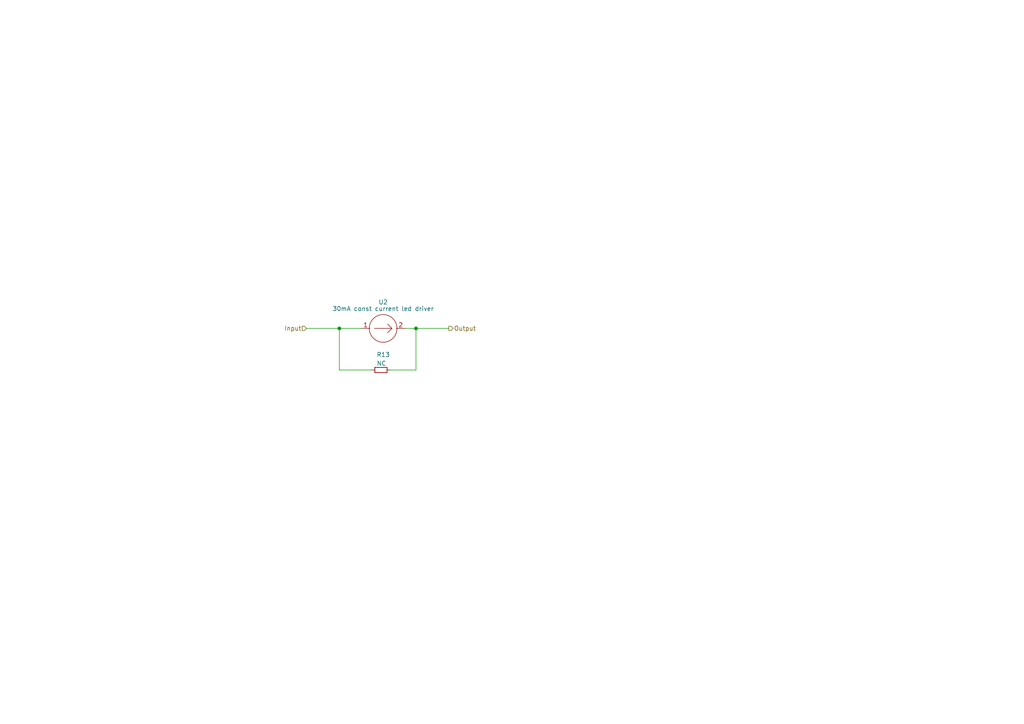
<source format=kicad_sch>
(kicad_sch (version 20250114) (generator "eeschema") (generator_version "9.0")
  (paper "A4")
  (lib_symbols
    (symbol "Device:R_Small" (pin_numbers (hide yes)) (pin_names (offset 0.254) (hide yes))
      (property "Reference" "R" (at 0.762 0.508 0))
      (property "Value" "R_Small" (at 0.762 -1.016 0))
      (symbol "R_Small_0_1"
        (rectangle (start -0.762 1.778) (end 0.762 -1.778) (stroke (width 0.2032)))
      )
      (symbol "R_Small_1_1"
        (pin passive line (at 0 2.54 270) (length 0.762) (name "~") (number "1"))
        (pin passive line (at 0 -2.54 90) (length 0.762) (name "~") (number "2"))
      )
    )
    (symbol "New_Library:I_source"
      (property "Reference" "U" (at 0 4.826 0))
      (symbol "I_source_0_1"
        (polyline (pts (xy 0 0) (xy -2.54 0)))
        (polyline (pts (xy 0 0) (xy 2.54 0)))
        (circle (center 0 0) (radius 4.0161))
        (polyline (pts (xy 2.54 0) (xy 1.27 1.27)))
        (polyline (pts (xy 2.54 0) (xy 1.27 -1.27)))
        (polyline (pts (xy 2.54 0) (xy 2.54 0)))
      )
      (symbol "I_source_1_1"
        (pin input line (at -6.35 0 0) (length 2.54) (name "") (number "1"))
        (pin output line (at 6.35 0 180) (length 2.54) (name "") (number "2"))
      )
    )
  )
  (junction (at 120.65 95.25))
  (junction (at 98.425 95.25))
  (wire (pts (xy 98.425 95.25) (xy 104.775 95.25)))
  (wire (pts (xy 120.65 95.25) (xy 130.175 95.25)))
  (wire (pts (xy 120.65 95.25) (xy 117.475 95.25)))
  (wire (pts (xy 120.65 107.315) (xy 120.65 95.25)))
  (wire (pts (xy 107.95 107.315) (xy 98.425 107.315)))
  (wire (pts (xy 113.03 107.315) (xy 120.65 107.315)))
  (wire (pts (xy 98.425 107.315) (xy 98.425 95.25)))
  (wire (pts (xy 88.9 95.25) (xy 98.425 95.25)))
  (hierarchical_label "Input" (shape input) (at 88.9 95.25 180))
  (hierarchical_label "Output" (shape output) (at 130.175 95.25 0))
  (symbol (lib_id "Device:R_Small") (at 110.49 107.315 270) (mirror x) (unit 1)
    (property "Reference" "R11" (at 109.22 102.87 90) (effects (justify left)))
    (property "Value" "NC" (at 109.22 105.41 90) (effects (justify left)))
    (property "Footprint" "Resistor_SMD:R_0603_1608Metric_Pad0.98x0.95mm_HandSolder" (effects (hide yes)))
    (property "Manufacturer_Name" "--" (effects (hide yes)))
    (property "Manufacturer_Part_Number" "KDV08DR300ET" (effects (hide yes)))
    (property "Mouser Part Number" "588-KDV08DR300ET" (effects (hide yes)))
    (property "Mouser Price/Stock" "https://www.mouser.pl/ProductDetail/Ohmite/KDV08DR300ET?qs=l4Gc20tDgJL0eWjgMjSOyQ%3D%3D" (effects (hide yes)))
    (instances (project "PUTM_EV_CART_INDICATOR" (path "" (reference "R13") (unit 1)) (path "" (reference "R15") (unit 1)) (path "" (reference "R11") (unit 1)) (path "" (reference "R14") (unit 1))))
  )
  (symbol (lib_id "New_Library:I_source") (at 111.125 95.25 0) (unit 1)
    (property "Reference" "U1" (at 111.125 87.63 0))
    (property "Value" "30mA const current led driver" (at 111.125 89.535 0))
    (property "Footprint" "Include:DIO_1-13_DIO-L" (effects (hide yes)))
    (property "Datasheet" "https://www.mouser.pl/ProductDetail/Diodes-Incorporated/AL5890-30P1-13?qs=sGAEpiMZZMtnFuLo2AlFPiAYlxlJUBTwXUu5s31upKx%252BoZPguTR9ww%3D%3D" (effects (hide yes)))
    (instances (project "PUTM_EV_CART_INDICATOR" (path "" (reference "U2") (unit 1)) (path "" (reference "U4") (unit 1)) (path "" (reference "U1") (unit 1)) (path "" (reference "U3") (unit 1))))
  )
)
</source>
